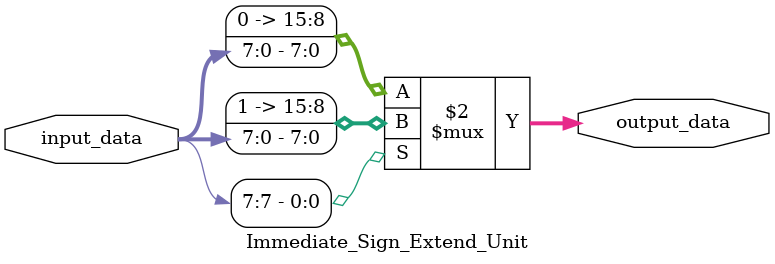
<source format=sv>
module Immediate_Sign_Extend_Unit(
  input[7:0] input_data,
  output[15:0] output_data
);
  // Extend sign (numbers ar represented in C2) 
  assign output_data = (input_data[7] == 1'b0) ? 
              {{8{1'b0}}, input_data} : 
              {{8{1'b1}}, input_data};

endmodule
</source>
